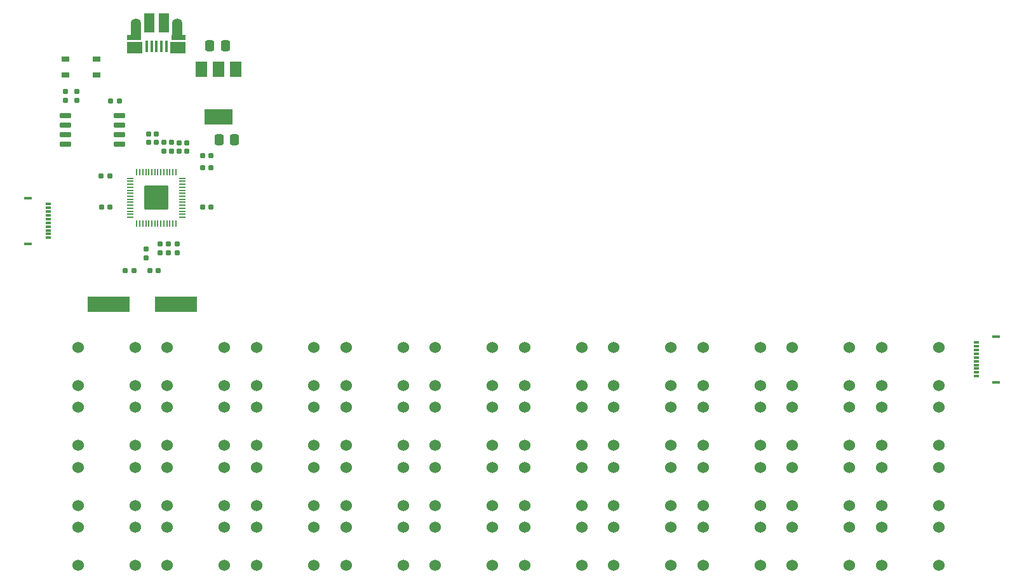
<source format=gbr>
%TF.GenerationSoftware,KiCad,Pcbnew,(6.0.4)*%
%TF.CreationDate,2022-09-18T16:29:30-05:00*%
%TF.ProjectId,Calculator_PCB,43616c63-756c-4617-946f-725f5043422e,rev?*%
%TF.SameCoordinates,Original*%
%TF.FileFunction,Soldermask,Top*%
%TF.FilePolarity,Negative*%
%FSLAX46Y46*%
G04 Gerber Fmt 4.6, Leading zero omitted, Abs format (unit mm)*
G04 Created by KiCad (PCBNEW (6.0.4)) date 2022-09-18 16:29:30*
%MOMM*%
%LPD*%
G01*
G04 APERTURE LIST*
G04 Aperture macros list*
%AMRoundRect*
0 Rectangle with rounded corners*
0 $1 Rounding radius*
0 $2 $3 $4 $5 $6 $7 $8 $9 X,Y pos of 4 corners*
0 Add a 4 corners polygon primitive as box body*
4,1,4,$2,$3,$4,$5,$6,$7,$8,$9,$2,$3,0*
0 Add four circle primitives for the rounded corners*
1,1,$1+$1,$2,$3*
1,1,$1+$1,$4,$5*
1,1,$1+$1,$6,$7*
1,1,$1+$1,$8,$9*
0 Add four rect primitives between the rounded corners*
20,1,$1+$1,$2,$3,$4,$5,0*
20,1,$1+$1,$4,$5,$6,$7,0*
20,1,$1+$1,$6,$7,$8,$9,0*
20,1,$1+$1,$8,$9,$2,$3,0*%
G04 Aperture macros list end*
%ADD10R,0.400000X1.650000*%
%ADD11O,1.350000X1.700000*%
%ADD12R,1.430000X2.500000*%
%ADD13R,1.350000X2.000000*%
%ADD14O,1.100000X1.500000*%
%ADD15R,1.825000X0.700000*%
%ADD16R,2.000000X1.500000*%
%ADD17C,1.524000*%
%ADD18RoundRect,0.155000X-0.155000X0.212500X-0.155000X-0.212500X0.155000X-0.212500X0.155000X0.212500X0*%
%ADD19RoundRect,0.155000X0.155000X-0.212500X0.155000X0.212500X-0.155000X0.212500X-0.155000X-0.212500X0*%
%ADD20RoundRect,0.155000X0.212500X0.155000X-0.212500X0.155000X-0.212500X-0.155000X0.212500X-0.155000X0*%
%ADD21RoundRect,0.155000X-0.212500X-0.155000X0.212500X-0.155000X0.212500X0.155000X-0.212500X0.155000X0*%
%ADD22RoundRect,0.250000X-0.337500X-0.475000X0.337500X-0.475000X0.337500X0.475000X-0.337500X0.475000X0*%
%ADD23RoundRect,0.150000X-0.650000X-0.150000X0.650000X-0.150000X0.650000X0.150000X-0.650000X0.150000X0*%
%ADD24RoundRect,0.160000X-0.160000X0.197500X-0.160000X-0.197500X0.160000X-0.197500X0.160000X0.197500X0*%
%ADD25R,0.700000X0.300000*%
%ADD26R,1.000000X0.300000*%
%ADD27RoundRect,0.160000X0.160000X-0.197500X0.160000X0.197500X-0.160000X0.197500X-0.160000X-0.197500X0*%
%ADD28R,1.050000X0.650000*%
%ADD29RoundRect,0.050000X-0.387500X-0.050000X0.387500X-0.050000X0.387500X0.050000X-0.387500X0.050000X0*%
%ADD30RoundRect,0.050000X-0.050000X-0.387500X0.050000X-0.387500X0.050000X0.387500X-0.050000X0.387500X0*%
%ADD31RoundRect,0.144000X-1.456000X-1.456000X1.456000X-1.456000X1.456000X1.456000X-1.456000X1.456000X0*%
%ADD32R,1.500000X2.000000*%
%ADD33R,3.800000X2.000000*%
%ADD34R,5.600000X2.100000*%
G04 APERTURE END LIST*
D10*
%TO.C,J1*%
X98045000Y-69405000D03*
X97395000Y-69405000D03*
X96745000Y-69405000D03*
X96095000Y-69405000D03*
X95445000Y-69405000D03*
D11*
X99475000Y-66525000D03*
D12*
X97705000Y-66255000D03*
D13*
X99475000Y-67455000D03*
X93995000Y-67455000D03*
D14*
X94325000Y-69525000D03*
D11*
X94015000Y-66525000D03*
D15*
X99695000Y-68205000D03*
D14*
X99165000Y-69525000D03*
D12*
X95785000Y-66255000D03*
D16*
X93845000Y-69525000D03*
D15*
X93745000Y-68205000D03*
D16*
X99595000Y-69505000D03*
%TD*%
D17*
%TO.C,SW12*%
X110090000Y-138540000D03*
X117710000Y-138540000D03*
X117710000Y-133460000D03*
X110090000Y-133460000D03*
%TD*%
%TO.C,SW39*%
X201010000Y-130540000D03*
X193390000Y-130540000D03*
X201010000Y-125460000D03*
X193390000Y-125460000D03*
%TD*%
D18*
%TO.C,C10*%
X97190000Y-95720000D03*
X97190000Y-96855000D03*
%TD*%
D19*
%TO.C,C5*%
X96710000Y-82160000D03*
X96710000Y-81025000D03*
%TD*%
D17*
%TO.C,SW2*%
X93910000Y-117460000D03*
X86290000Y-117460000D03*
X86290000Y-122540000D03*
X93910000Y-122540000D03*
%TD*%
D20*
%TO.C,C4*%
X91767500Y-76630000D03*
X90632500Y-76630000D03*
%TD*%
D17*
%TO.C,SW30*%
X177210000Y-122540000D03*
X169590000Y-122540000D03*
X169590000Y-117460000D03*
X177210000Y-117460000D03*
%TD*%
%TO.C,SW1*%
X93910000Y-114540000D03*
X86290000Y-114540000D03*
X86290000Y-109460000D03*
X93910000Y-109460000D03*
%TD*%
D21*
%TO.C,C8*%
X102900000Y-90810000D03*
X104035000Y-90810000D03*
%TD*%
D20*
%TO.C,C16*%
X97007500Y-99210000D03*
X95872500Y-99210000D03*
%TD*%
D22*
%TO.C,C13*%
X103832500Y-69310000D03*
X105907500Y-69310000D03*
%TD*%
D17*
%TO.C,SW4*%
X93910000Y-133460000D03*
X86290000Y-133460000D03*
X93910000Y-138540000D03*
X86290000Y-138540000D03*
%TD*%
%TO.C,SW8*%
X105810000Y-138540000D03*
X98190000Y-138540000D03*
X98190000Y-133460000D03*
X105810000Y-133460000D03*
%TD*%
D23*
%TO.C,U1*%
X84570000Y-78615000D03*
X84570000Y-79885000D03*
X84570000Y-81155000D03*
X84570000Y-82425000D03*
X91770000Y-82425000D03*
X91770000Y-81155000D03*
X91770000Y-79885000D03*
X91770000Y-78615000D03*
%TD*%
D17*
%TO.C,SW33*%
X189110000Y-109460000D03*
X181490000Y-109460000D03*
X181490000Y-114540000D03*
X189110000Y-114540000D03*
%TD*%
%TO.C,SW26*%
X157690000Y-122540000D03*
X165310000Y-122540000D03*
X165310000Y-117460000D03*
X157690000Y-117460000D03*
%TD*%
%TO.C,SW6*%
X105810000Y-122540000D03*
X98190000Y-122540000D03*
X105810000Y-117460000D03*
X98190000Y-117460000D03*
%TD*%
D21*
%TO.C,C12*%
X102890000Y-85572500D03*
X104025000Y-85572500D03*
%TD*%
D17*
%TO.C,SW17*%
X141510000Y-109460000D03*
X133890000Y-109460000D03*
X133890000Y-114540000D03*
X141510000Y-114540000D03*
%TD*%
D24*
%TO.C,R1*%
X84570000Y-75392500D03*
X84570000Y-76587500D03*
%TD*%
D17*
%TO.C,SW11*%
X117710000Y-130540000D03*
X110090000Y-130540000D03*
X117710000Y-125460000D03*
X110090000Y-125460000D03*
%TD*%
%TO.C,SW20*%
X133890000Y-138540000D03*
X141510000Y-138540000D03*
X141510000Y-133460000D03*
X133890000Y-133460000D03*
%TD*%
D24*
%TO.C,R5*%
X86130000Y-75392500D03*
X86130000Y-76587500D03*
%TD*%
D17*
%TO.C,SW10*%
X117710000Y-122540000D03*
X110090000Y-122540000D03*
X117710000Y-117460000D03*
X110090000Y-117460000D03*
%TD*%
%TO.C,SW23*%
X145790000Y-130540000D03*
X153410000Y-130540000D03*
X153410000Y-125460000D03*
X145790000Y-125460000D03*
%TD*%
%TO.C,SW16*%
X129610000Y-138540000D03*
X121990000Y-138540000D03*
X121990000Y-133460000D03*
X129610000Y-133460000D03*
%TD*%
D25*
%TO.C,J3*%
X205990000Y-113330000D03*
X205990000Y-112830000D03*
X205990000Y-112330000D03*
X205990000Y-111830000D03*
X205990000Y-111330000D03*
X205990000Y-110830000D03*
X205990000Y-110330000D03*
X205990000Y-109830000D03*
X205990000Y-109330000D03*
X205990000Y-108830000D03*
D26*
X208640000Y-114120000D03*
X208640000Y-108040000D03*
%TD*%
D25*
%TO.C,J2*%
X82289568Y-90380000D03*
X82289568Y-90880000D03*
X82289568Y-91380000D03*
X82289568Y-91880000D03*
X82289568Y-92380000D03*
X82289568Y-92880000D03*
X82289568Y-93380000D03*
X82289568Y-93880000D03*
X82289568Y-94380000D03*
X82289568Y-94880000D03*
D26*
X79639568Y-89590000D03*
X79639568Y-95670000D03*
%TD*%
D17*
%TO.C,SW36*%
X189110000Y-138540000D03*
X181490000Y-138540000D03*
X189110000Y-133460000D03*
X181490000Y-133460000D03*
%TD*%
D27*
%TO.C,R4*%
X98740000Y-83367500D03*
X98740000Y-82172500D03*
%TD*%
D22*
%TO.C,C14*%
X105062500Y-81830000D03*
X107137500Y-81830000D03*
%TD*%
D17*
%TO.C,SW28*%
X165310000Y-138540000D03*
X157690000Y-138540000D03*
X157690000Y-133460000D03*
X165310000Y-133460000D03*
%TD*%
%TO.C,SW14*%
X121990000Y-122540000D03*
X129610000Y-122540000D03*
X121990000Y-117460000D03*
X129610000Y-117460000D03*
%TD*%
D19*
%TO.C,C1*%
X95710000Y-82160000D03*
X95710000Y-81025000D03*
%TD*%
D17*
%TO.C,SW25*%
X157690000Y-114540000D03*
X165310000Y-114540000D03*
X157690000Y-109460000D03*
X165310000Y-109460000D03*
%TD*%
%TO.C,SW3*%
X86290000Y-125460000D03*
X93910000Y-125460000D03*
X93910000Y-130540000D03*
X86290000Y-130540000D03*
%TD*%
%TO.C,SW37*%
X201010000Y-114540000D03*
X193390000Y-114540000D03*
X193390000Y-109460000D03*
X201010000Y-109460000D03*
%TD*%
D27*
%TO.C,R3*%
X97720000Y-83362500D03*
X97720000Y-82167500D03*
%TD*%
D17*
%TO.C,SW22*%
X153410000Y-122540000D03*
X145790000Y-122540000D03*
X145790000Y-117460000D03*
X153410000Y-117460000D03*
%TD*%
%TO.C,SW34*%
X181490000Y-117460000D03*
X189110000Y-117460000D03*
X181490000Y-122540000D03*
X189110000Y-122540000D03*
%TD*%
D20*
%TO.C,C9*%
X90540000Y-90810000D03*
X89405000Y-90810000D03*
%TD*%
D19*
%TO.C,C3*%
X99750000Y-83330000D03*
X99750000Y-82195000D03*
%TD*%
D21*
%TO.C,C11*%
X102890000Y-83912500D03*
X104025000Y-83912500D03*
%TD*%
D18*
%TO.C,C2*%
X98350000Y-95722500D03*
X98350000Y-96857500D03*
%TD*%
D17*
%TO.C,SW31*%
X169590000Y-130540000D03*
X177210000Y-130540000D03*
X169590000Y-125460000D03*
X177210000Y-125460000D03*
%TD*%
D27*
%TO.C,R6*%
X99550000Y-96877500D03*
X99550000Y-95682500D03*
%TD*%
D21*
%TO.C,C15*%
X92582500Y-99210000D03*
X93717500Y-99210000D03*
%TD*%
D17*
%TO.C,SW21*%
X153410000Y-109460000D03*
X145790000Y-109460000D03*
X145790000Y-114540000D03*
X153410000Y-114540000D03*
%TD*%
%TO.C,SW38*%
X201010000Y-122540000D03*
X193390000Y-122540000D03*
X201010000Y-117460000D03*
X193390000Y-117460000D03*
%TD*%
D19*
%TO.C,C6*%
X100750000Y-83330000D03*
X100750000Y-82195000D03*
%TD*%
D17*
%TO.C,SW32*%
X177210000Y-138540000D03*
X169590000Y-138540000D03*
X177210000Y-133460000D03*
X169590000Y-133460000D03*
%TD*%
D28*
%TO.C,S1*%
X84585000Y-71015000D03*
X88735000Y-71015000D03*
X84585000Y-73165000D03*
X88735000Y-73165000D03*
%TD*%
D17*
%TO.C,SW7*%
X105810000Y-130540000D03*
X98190000Y-130540000D03*
X98190000Y-125460000D03*
X105810000Y-125460000D03*
%TD*%
D29*
%TO.C,U2*%
X93282500Y-86942500D03*
X93282500Y-87342500D03*
X93282500Y-87742500D03*
X93282500Y-88142500D03*
X93282500Y-88542500D03*
X93282500Y-88942500D03*
X93282500Y-89342500D03*
X93282500Y-89742500D03*
X93282500Y-90142500D03*
X93282500Y-90542500D03*
X93282500Y-90942500D03*
X93282500Y-91342500D03*
X93282500Y-91742500D03*
X93282500Y-92142500D03*
D30*
X94120000Y-92980000D03*
X94520000Y-92980000D03*
X94920000Y-92980000D03*
X95320000Y-92980000D03*
X95720000Y-92980000D03*
X96120000Y-92980000D03*
X96520000Y-92980000D03*
X96920000Y-92980000D03*
X97320000Y-92980000D03*
X97720000Y-92980000D03*
X98120000Y-92980000D03*
X98520000Y-92980000D03*
X98920000Y-92980000D03*
X99320000Y-92980000D03*
D29*
X100157500Y-92142500D03*
X100157500Y-91742500D03*
X100157500Y-91342500D03*
X100157500Y-90942500D03*
X100157500Y-90542500D03*
X100157500Y-90142500D03*
X100157500Y-89742500D03*
X100157500Y-89342500D03*
X100157500Y-88942500D03*
X100157500Y-88542500D03*
X100157500Y-88142500D03*
X100157500Y-87742500D03*
X100157500Y-87342500D03*
X100157500Y-86942500D03*
D30*
X99320000Y-86105000D03*
X98920000Y-86105000D03*
X98520000Y-86105000D03*
X98120000Y-86105000D03*
X97720000Y-86105000D03*
X97320000Y-86105000D03*
X96920000Y-86105000D03*
X96520000Y-86105000D03*
X96120000Y-86105000D03*
X95720000Y-86105000D03*
X95320000Y-86105000D03*
X94920000Y-86105000D03*
X94520000Y-86105000D03*
X94120000Y-86105000D03*
D31*
X96720000Y-89542500D03*
%TD*%
D17*
%TO.C,SW9*%
X117710000Y-114540000D03*
X110090000Y-114540000D03*
X117710000Y-109460000D03*
X110090000Y-109460000D03*
%TD*%
%TO.C,SW13*%
X121990000Y-114540000D03*
X129610000Y-114540000D03*
X129610000Y-109460000D03*
X121990000Y-109460000D03*
%TD*%
%TO.C,SW18*%
X133890000Y-122540000D03*
X141510000Y-122540000D03*
X141510000Y-117460000D03*
X133890000Y-117460000D03*
%TD*%
%TO.C,SW15*%
X129610000Y-130540000D03*
X121990000Y-130540000D03*
X129610000Y-125460000D03*
X121990000Y-125460000D03*
%TD*%
%TO.C,SW5*%
X105810000Y-114540000D03*
X98190000Y-114540000D03*
X98190000Y-109460000D03*
X105810000Y-109460000D03*
%TD*%
%TO.C,SW35*%
X189110000Y-130540000D03*
X181490000Y-130540000D03*
X189110000Y-125460000D03*
X181490000Y-125460000D03*
%TD*%
%TO.C,SW27*%
X157690000Y-130540000D03*
X165310000Y-130540000D03*
X165310000Y-125460000D03*
X157690000Y-125460000D03*
%TD*%
%TO.C,SW24*%
X153410000Y-138540000D03*
X145790000Y-138540000D03*
X153410000Y-133460000D03*
X145790000Y-133460000D03*
%TD*%
D32*
%TO.C,U3*%
X107340000Y-72440000D03*
X105040000Y-72440000D03*
D33*
X105040000Y-78740000D03*
D32*
X102740000Y-72440000D03*
%TD*%
D27*
%TO.C,R2*%
X95400000Y-97567500D03*
X95400000Y-96372500D03*
%TD*%
D34*
%TO.C,Y1*%
X90340000Y-103740000D03*
X99340000Y-103740000D03*
%TD*%
D17*
%TO.C,SW29*%
X169590000Y-114540000D03*
X177210000Y-114540000D03*
X177210000Y-109460000D03*
X169590000Y-109460000D03*
%TD*%
%TO.C,SW40*%
X201010000Y-138540000D03*
X193390000Y-138540000D03*
X201010000Y-133460000D03*
X193390000Y-133460000D03*
%TD*%
%TO.C,SW19*%
X141510000Y-130540000D03*
X133890000Y-130540000D03*
X133890000Y-125460000D03*
X141510000Y-125460000D03*
%TD*%
D20*
%TO.C,C7*%
X90517500Y-86672500D03*
X89382500Y-86672500D03*
%TD*%
M02*

</source>
